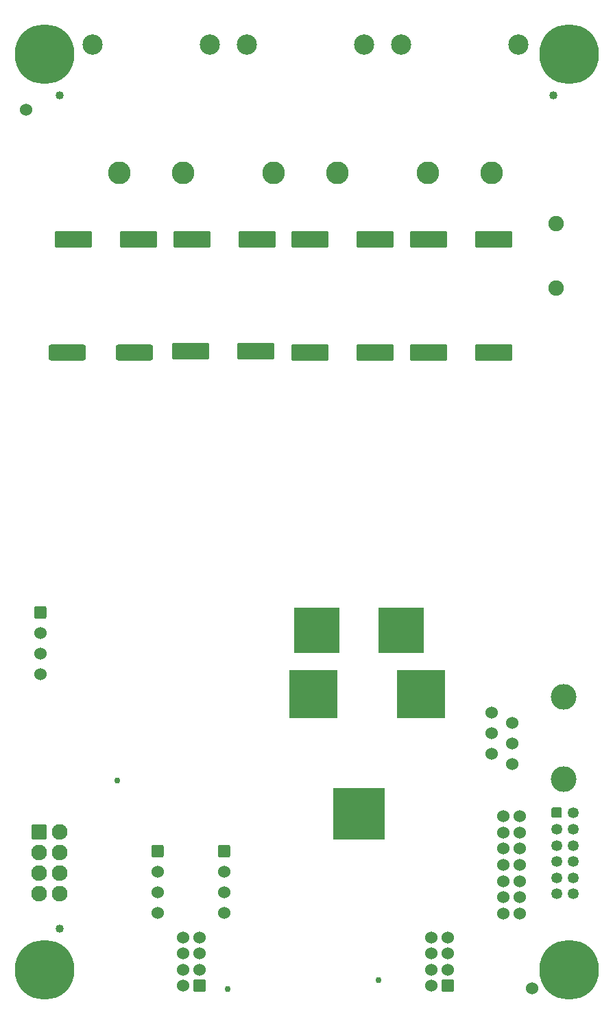
<source format=gbr>
%TF.GenerationSoftware,Altium Limited,Altium Designer,20.0.9 (164)*%
G04 Layer_Color=255*
%FSLAX26Y26*%
%MOIN*%
%TF.FileFunction,Pads,Bot*%
%TF.Part,Single*%
G01*
G75*
%TA.AperFunction,FiducialPad,Global*%
%ADD22C,0.040000*%
%TA.AperFunction,ComponentPad*%
G04:AMPARAMS|DCode=68|XSize=50mil|YSize=50mil|CornerRadius=5mil|HoleSize=0mil|Usage=FLASHONLY|Rotation=90.000|XOffset=0mil|YOffset=0mil|HoleType=Round|Shape=RoundedRectangle|*
%AMROUNDEDRECTD68*
21,1,0.050000,0.040000,0,0,90.0*
21,1,0.040000,0.050000,0,0,90.0*
1,1,0.010000,0.020000,0.020000*
1,1,0.010000,0.020000,-0.020000*
1,1,0.010000,-0.020000,-0.020000*
1,1,0.010000,-0.020000,0.020000*
%
%ADD68ROUNDEDRECTD68*%
%ADD69C,0.110000*%
%ADD70C,0.098425*%
G04:AMPARAMS|DCode=72|XSize=60mil|YSize=60mil|CornerRadius=9mil|HoleSize=0mil|Usage=FLASHONLY|Rotation=270.000|XOffset=0mil|YOffset=0mil|HoleType=Round|Shape=RoundedRectangle|*
%AMROUNDEDRECTD72*
21,1,0.060000,0.042000,0,0,270.0*
21,1,0.042000,0.060000,0,0,270.0*
1,1,0.018000,-0.021000,-0.021000*
1,1,0.018000,-0.021000,0.021000*
1,1,0.018000,0.021000,0.021000*
1,1,0.018000,0.021000,-0.021000*
%
%ADD72ROUNDEDRECTD72*%
%ADD73C,0.060000*%
%ADD74C,0.125000*%
%ADD75C,0.290000*%
%ADD76C,0.053000*%
G04:AMPARAMS|DCode=77|XSize=76mil|YSize=76mil|CornerRadius=11.4mil|HoleSize=0mil|Usage=FLASHONLY|Rotation=270.000|XOffset=0mil|YOffset=0mil|HoleType=Round|Shape=RoundedRectangle|*
%AMROUNDEDRECTD77*
21,1,0.076000,0.053200,0,0,270.0*
21,1,0.053200,0.076000,0,0,270.0*
1,1,0.022800,-0.026600,-0.026600*
1,1,0.022800,-0.026600,0.026600*
1,1,0.022800,0.026600,0.026600*
1,1,0.022800,0.026600,-0.026600*
%
%ADD77ROUNDEDRECTD77*%
%ADD78C,0.076000*%
%ADD83C,0.074803*%
%TA.AperFunction,TestPad*%
%ADD84C,0.030000*%
%TA.AperFunction,SMDPad,CuDef*%
G04:AMPARAMS|DCode=100|XSize=220mil|YSize=220mil|CornerRadius=0mil|HoleSize=0mil|Usage=FLASHONLY|Rotation=0.000|XOffset=0mil|YOffset=0mil|HoleType=Round|Shape=RoundedRectangle|*
%AMROUNDEDRECTD100*
21,1,0.220000,0.220000,0,0,0.0*
21,1,0.220000,0.220000,0,0,0.0*
1,1,0.000000,0.110000,-0.110000*
1,1,0.000000,-0.110000,-0.110000*
1,1,0.000000,-0.110000,0.110000*
1,1,0.000000,0.110000,0.110000*
%
%ADD100ROUNDEDRECTD100*%
G04:AMPARAMS|DCode=101|XSize=250mil|YSize=250mil|CornerRadius=0mil|HoleSize=0mil|Usage=FLASHONLY|Rotation=0.000|XOffset=0mil|YOffset=0mil|HoleType=Round|Shape=RoundedRectangle|*
%AMROUNDEDRECTD101*
21,1,0.250000,0.250000,0,0,0.0*
21,1,0.250000,0.250000,0,0,0.0*
1,1,0.000000,0.125000,-0.125000*
1,1,0.000000,-0.125000,-0.125000*
1,1,0.000000,-0.125000,0.125000*
1,1,0.000000,0.125000,0.125000*
%
%ADD101ROUNDEDRECTD101*%
G04:AMPARAMS|DCode=102|XSize=181.102mil|YSize=78.74mil|CornerRadius=11.811mil|HoleSize=0mil|Usage=FLASHONLY|Rotation=180.000|XOffset=0mil|YOffset=0mil|HoleType=Round|Shape=RoundedRectangle|*
%AMROUNDEDRECTD102*
21,1,0.181102,0.055118,0,0,180.0*
21,1,0.157480,0.078740,0,0,180.0*
1,1,0.023622,-0.078740,0.027559*
1,1,0.023622,0.078740,0.027559*
1,1,0.023622,0.078740,-0.027559*
1,1,0.023622,-0.078740,-0.027559*
%
%ADD102ROUNDEDRECTD102*%
%ADD103R,0.236220X0.236220*%
%TA.AperFunction,ComponentPad*%
G04:AMPARAMS|DCode=104|XSize=60mil|YSize=60mil|CornerRadius=6mil|HoleSize=0mil|Usage=FLASHONLY|Rotation=90.000|XOffset=0mil|YOffset=0mil|HoleType=Round|Shape=RoundedRectangle|*
%AMROUNDEDRECTD104*
21,1,0.060000,0.048000,0,0,90.0*
21,1,0.048000,0.060000,0,0,90.0*
1,1,0.012000,0.024000,0.024000*
1,1,0.012000,0.024000,-0.024000*
1,1,0.012000,-0.024000,-0.024000*
1,1,0.012000,-0.024000,0.024000*
%
%ADD104ROUNDEDRECTD104*%
G04:AMPARAMS|DCode=105|XSize=181.102mil|YSize=78.74mil|CornerRadius=3.937mil|HoleSize=0mil|Usage=FLASHONLY|Rotation=180.000|XOffset=0mil|YOffset=0mil|HoleType=Round|Shape=RoundedRectangle|*
%AMROUNDEDRECTD105*
21,1,0.181102,0.070866,0,0,180.0*
21,1,0.173228,0.078740,0,0,180.0*
1,1,0.007874,-0.086614,0.035433*
1,1,0.007874,0.086614,0.035433*
1,1,0.007874,0.086614,-0.035433*
1,1,0.007874,-0.086614,-0.035433*
%
%ADD105ROUNDEDRECTD105*%
D22*
X250000Y375000D02*
D03*
X2650000Y4425000D02*
D03*
X250000D02*
D03*
D68*
X2665630Y936850D02*
D03*
D69*
X2350512Y4047953D02*
D03*
X2039488D02*
D03*
X1600512D02*
D03*
X1289488D02*
D03*
X850512D02*
D03*
X539488D02*
D03*
D70*
X2480433Y4670000D02*
D03*
X1909567D02*
D03*
X1730433D02*
D03*
X1159567D02*
D03*
X980433D02*
D03*
X409567D02*
D03*
D72*
X725000Y750000D02*
D03*
X1050000D02*
D03*
X155000Y1910000D02*
D03*
D73*
X850630Y96890D02*
D03*
Y175630D02*
D03*
Y254370D02*
D03*
Y333110D02*
D03*
X725000Y450000D02*
D03*
X929370Y333110D02*
D03*
Y254370D02*
D03*
Y175630D02*
D03*
X1050000Y450000D02*
D03*
Y550000D02*
D03*
Y650000D02*
D03*
X725000D02*
D03*
Y550000D02*
D03*
X155000Y1610000D02*
D03*
Y1710000D02*
D03*
Y1810000D02*
D03*
X2055630Y333110D02*
D03*
Y254370D02*
D03*
Y175630D02*
D03*
X2134370D02*
D03*
Y254370D02*
D03*
Y333110D02*
D03*
X2055630Y96890D02*
D03*
X2545000Y85000D02*
D03*
X2484370Y448779D02*
D03*
X2405630D02*
D03*
Y527520D02*
D03*
Y606260D02*
D03*
X2484370D02*
D03*
Y527520D02*
D03*
Y685000D02*
D03*
Y763740D02*
D03*
X2405630D02*
D03*
Y685000D02*
D03*
Y842480D02*
D03*
Y921221D02*
D03*
X2484370D02*
D03*
Y842480D02*
D03*
X2450000Y1175000D02*
D03*
Y1275000D02*
D03*
X2350000Y1325000D02*
D03*
Y1225000D02*
D03*
Y1425000D02*
D03*
X2450000Y1375000D02*
D03*
X85000Y4355000D02*
D03*
D74*
X2700000Y1100000D02*
D03*
Y1500000D02*
D03*
D75*
X175000Y175000D02*
D03*
X2725000D02*
D03*
Y4625000D02*
D03*
X175000D02*
D03*
D76*
X2665630Y543150D02*
D03*
X2744370D02*
D03*
Y621890D02*
D03*
X2665630D02*
D03*
Y700630D02*
D03*
X2744370D02*
D03*
Y779370D02*
D03*
X2665630D02*
D03*
Y858110D02*
D03*
X2744370D02*
D03*
Y936850D02*
D03*
D77*
X150000Y845000D02*
D03*
D78*
X150000Y545000D02*
D03*
Y645000D02*
D03*
Y745000D02*
D03*
X250000D02*
D03*
Y845000D02*
D03*
Y645000D02*
D03*
Y545000D02*
D03*
D83*
X2663504Y3487520D02*
D03*
Y3802480D02*
D03*
D84*
X1065000Y80000D02*
D03*
X1800000Y125000D02*
D03*
X530000Y1095000D02*
D03*
D100*
X1910000Y1825000D02*
D03*
X1500000D02*
D03*
D101*
X1705000Y930000D02*
D03*
D102*
X613386Y3175000D02*
D03*
X286614D02*
D03*
D103*
X1483189Y1515000D02*
D03*
X2006811D02*
D03*
D104*
X929370Y96890D02*
D03*
X2134370D02*
D03*
D105*
X2358425Y3175000D02*
D03*
Y3725000D02*
D03*
X2041575D02*
D03*
X1783425D02*
D03*
Y3175000D02*
D03*
X2041575D02*
D03*
X1466575Y3725000D02*
D03*
Y3175000D02*
D03*
X1208425Y3725000D02*
D03*
X1203425Y3180000D02*
D03*
X891575Y3725000D02*
D03*
X633425D02*
D03*
X886575Y3180000D02*
D03*
X316575Y3725000D02*
D03*
%TF.MD5,ae66a57cdf03a7ccd374bebfc87bb74e*%
M02*

</source>
